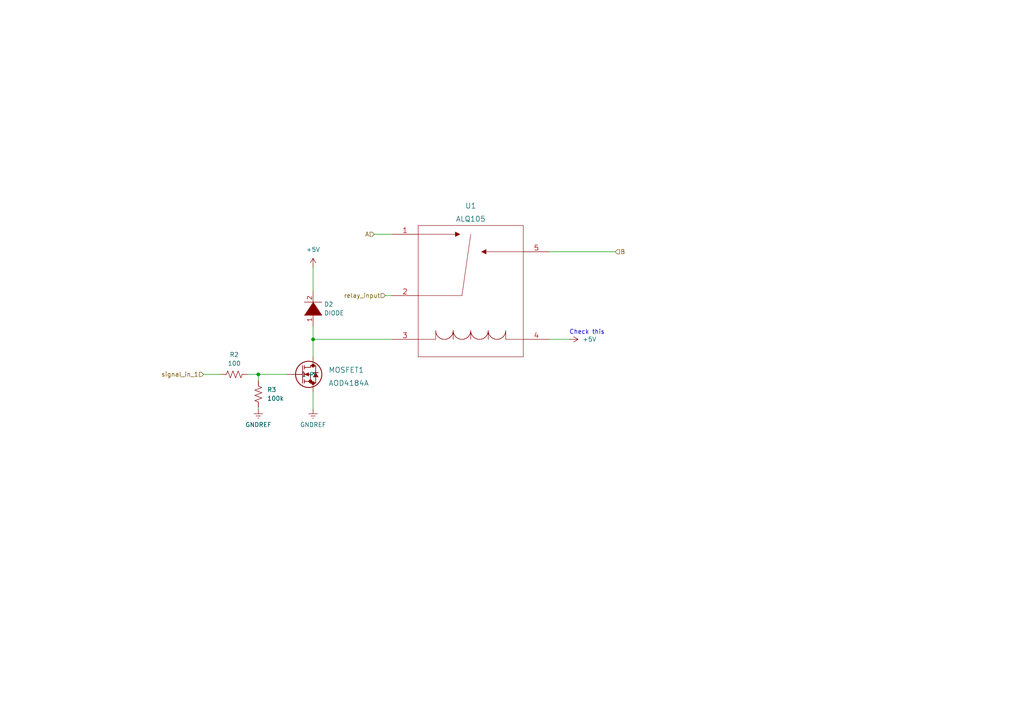
<source format=kicad_sch>
(kicad_sch (version 20211123) (generator eeschema)
  (paper "A4")
  (lib_symbols
    (symbol "ALQ105-BAJA:ALQ105" (pin_names (offset -0.254) hide)
      (property "Reference" "U" (at 22.86 12.7 0))
      (property "Value" "ALQ105" (at 22.86 10.16 0))
      (symbol "ALQ105_1_1"
        (polyline (pts (xy 7.62 -35.56) (xy 38.1 -35.56)) (stroke (width 0.127)))
        (polyline (pts (xy 7.62 0) (xy 17.78 0)) (stroke (width 0.127)))
        (polyline (pts (xy 7.62 2.54) (xy 7.62 -35.56)) (stroke (width 0.127)))
        (polyline (pts (xy 12.7 -30.48) (xy 7.62 -30.48)) (stroke (width 0.127)))
        (polyline (pts (xy 12.7 -27.94) (xy 12.7 -30.48)) (stroke (width 0.127)))
        (polyline (pts (xy 17.78 -27.94) (xy 17.78 -30.48)) (stroke (width 0.127)))
        (polyline (pts (xy 17.78 -27.94) (xy 17.78 -30.48)) (stroke (width 0.127)))
        (polyline (pts (xy 17.78 0) (xy 19.05 0)) (stroke (width 0.127)))
        (polyline (pts (xy 20.32 -17.78) (xy 7.62 -17.78)) (stroke (width 0.127)))
        (polyline (pts (xy 20.32 -17.78) (xy 22.86 0)) (stroke (width 0.127)))
        (polyline (pts (xy 22.86 -27.94) (xy 22.86 -30.48)) (stroke (width 0.127)))
        (polyline (pts (xy 22.86 -27.94) (xy 22.86 -30.48)) (stroke (width 0.127)))
        (polyline (pts (xy 27.94 -27.94) (xy 27.94 -30.48)) (stroke (width 0.127)))
        (polyline (pts (xy 27.94 -27.94) (xy 27.94 -30.48)) (stroke (width 0.127)))
        (polyline (pts (xy 33.02 -27.94) (xy 33.02 -30.48)) (stroke (width 0.127)))
        (polyline (pts (xy 33.02 -27.94) (xy 33.02 -30.48)) (stroke (width 0.127)))
        (polyline (pts (xy 38.1 -35.56) (xy 38.1 2.54)) (stroke (width 0.127)))
        (polyline (pts (xy 38.1 -30.48) (xy 33.02 -30.48)) (stroke (width 0.127)))
        (polyline (pts (xy 38.1 -5.08) (xy 26.67 -5.08)) (stroke (width 0.127)))
        (polyline (pts (xy 38.1 2.54) (xy 7.62 2.54)) (stroke (width 0.127)))
        (polyline (pts (xy 18.415 0.635) (xy 18.415 -0.635) (xy 19.685 0) (xy 18.415 0.635)) (fill (type outline)))
        (polyline (pts (xy 27.305 -4.445) (xy 27.305 -5.715) (xy 26.035 -5.08) (xy 27.305 -4.445)) (fill (type outline)))
        (arc (start 12.7 -27.94) (mid 15.24 -30.48) (end 17.78 -27.94) (stroke (width 0.127)))
        (arc (start 12.7 -27.94) (mid 15.24 -30.48) (end 17.78 -27.94) (stroke (width 0.127)))
        (arc (start 17.78 -27.94) (mid 20.32 -30.48) (end 22.86 -27.94) (stroke (width 0.127)))
        (arc (start 17.78 -27.94) (mid 20.32 -30.48) (end 22.86 -27.94) (stroke (width 0.127)))
        (arc (start 22.86 -27.94) (mid 25.4 -30.48) (end 27.94 -27.94) (stroke (width 0.127)))
        (arc (start 22.86 -27.94) (mid 25.4 -30.48) (end 27.94 -27.94) (stroke (width 0.127)))
        (arc (start 27.94 -27.94) (mid 30.48 -30.48) (end 33.02 -27.94) (stroke (width 0.127)))
        (arc (start 27.94 -27.94) (mid 30.48 -30.48) (end 33.02 -27.94) (stroke (width 0.127)))
        (pin unspecified line (at 0 0 0) (length 7.62) (name "1") (number "1"))
        (pin unspecified line (at 0 -17.78 0) (length 7.62) (name "2") (number "2"))
        (pin unspecified line (at 0 -30.48 0) (length 7.62) (name "3") (number "3"))
        (pin unspecified line (at 45.72 -30.48 180) (length 7.62) (name "4") (number "4"))
        (pin unspecified line (at 45.72 -5.08 180) (length 7.62) (name "5") (number "5"))
      )
    )
    (symbol "BAJA_AOD:AOD4184A" (pin_numbers hide) (pin_names (offset 1.524))
      (property "Reference" "MOSFET" (at 11.43 1.905 0))
      (property "Value" "AOD4184A" (at 11.43 -5.08 0))
      (symbol "AOD4184A_1_1"
        (polyline (pts (xy 2.54 0) (xy 4.445 0)) (stroke (width 0.2032)))
        (polyline (pts (xy 4.572 -2.54) (xy 4.572 2.54)) (stroke (width 0.2032)))
        (polyline (pts (xy 5.08 -2.54) (xy 5.08 -1.524)) (stroke (width 0.2032)))
        (polyline (pts (xy 5.08 -2.032) (xy 6.858 -2.032)) (stroke (width 0.2032)))
        (polyline (pts (xy 5.08 -0.508) (xy 5.08 0.508)) (stroke (width 0.2032)))
        (polyline (pts (xy 5.08 1.524) (xy 5.08 2.54)) (stroke (width 0.2032)))
        (polyline (pts (xy 5.08 2.032) (xy 6.858 2.032)) (stroke (width 0.2032)))
        (polyline (pts (xy 6.35 0) (xy 6.858 0)) (stroke (width 0.2032)))
        (polyline (pts (xy 6.858 -2.54) (xy 6.858 0)) (stroke (width 0.2032)))
        (polyline (pts (xy 6.858 -2.54) (xy 8.382 -2.54)) (stroke (width 0.2032)))
        (polyline (pts (xy 6.858 2.032) (xy 6.858 2.54)) (stroke (width 0.2032)))
        (polyline (pts (xy 6.858 2.54) (xy 8.382 2.54)) (stroke (width 0.2032)))
        (polyline (pts (xy 8.382 -2.54) (xy 8.382 -0.762)) (stroke (width 0.2032)))
        (polyline (pts (xy 8.382 0.508) (xy 8.382 2.54)) (stroke (width 0.2032)))
        (polyline (pts (xy 9.144 0.508) (xy 7.62 0.508)) (stroke (width 0.2032)))
        (polyline (pts (xy 6.35 0.508) (xy 5.08 0) (xy 6.35 -0.508) (xy 6.35 0.508)) (stroke (width 0.0254)) (fill (type outline)))
        (polyline (pts (xy 9.144 -0.762) (xy 7.62 -0.762) (xy 8.382 0.508) (xy 9.144 -0.762)) (stroke (width 0.0254)) (fill (type outline)))
        (circle (center 6.35 0) (radius 3.81) (stroke (width 0.254)))
        (circle (center 6.858 -2.032) (radius 0.0254) (stroke (width 0.508)))
        (circle (center 7.62 -2.54) (radius 0.0254) (stroke (width 0.508)))
        (circle (center 7.62 2.54) (radius 0.0254) (stroke (width 0.508)))
        (pin unspecified line (at 0 0 0) (length 2.54) (name "1") (number "1"))
        (pin unspecified line (at 7.62 5.08 270) (length 2.54) (name "2") (number "2"))
        (pin unspecified line (at 7.62 -5.08 90) (length 2.54) (name "3") (number "3"))
      )
    )
    (symbol "Device:R_US" (pin_numbers hide) (pin_names (offset 0))
      (property "Reference" "R" (at 2.54 0 90))
      (property "Value" "R_US" (at -2.54 0 90))
      (symbol "R_US_0_1"
        (polyline (pts (xy 0 -2.286) (xy 0 -2.54)))
        (polyline (pts (xy 0 2.286) (xy 0 2.54)))
        (polyline (pts (xy 0 -0.762) (xy 1.016 -1.143) (xy 0 -1.524) (xy -1.016 -1.905) (xy 0 -2.286)))
        (polyline (pts (xy 0 0.762) (xy 1.016 0.381) (xy 0 0) (xy -1.016 -0.381) (xy 0 -0.762)))
        (polyline (pts (xy 0 2.286) (xy 1.016 1.905) (xy 0 1.524) (xy -1.016 1.143) (xy 0 0.762)))
      )
      (symbol "R_US_1_1"
        (pin passive line (at 0 3.81 270) (length 1.27) (name "~") (number "1"))
        (pin passive line (at 0 -3.81 90) (length 1.27) (name "~") (number "2"))
      )
    )
    (symbol "power:+5V" (power) (pin_names (offset 0))
      (property "Value" "+5V" (at 0 3.556 0))
      (symbol "+5V_0_1"
        (polyline (pts (xy -0.762 1.27) (xy 0 2.54)))
        (polyline (pts (xy 0 0) (xy 0 2.54)))
        (polyline (pts (xy 0 2.54) (xy 0.762 1.27)))
      )
      (symbol "+5V_1_1"
        (pin power_in line (at 0 0 90) (length 0) hide (name "+5V") (number "1"))
      )
    )
    (symbol "power:GNDREF" (power) (pin_names (offset 0))
      (property "Value" "GNDREF" (at 0 -3.81 0))
      (symbol "GNDREF_0_1"
        (polyline (pts (xy -0.635 -1.905) (xy 0.635 -1.905)))
        (polyline (pts (xy -0.127 -2.54) (xy 0.127 -2.54)))
        (polyline (pts (xy 0 -1.27) (xy 0 0)))
        (polyline (pts (xy 1.27 -1.27) (xy -1.27 -1.27)))
      )
      (symbol "GNDREF_1_1"
        (pin power_in line (at 0 0 270) (length 0) hide (name "GNDREF") (number "1"))
      )
    )
    (symbol "pspice:DIODE" (pin_names (offset 1.016) hide)
      (property "Reference" "D" (at 0 3.81 0))
      (property "Value" "DIODE" (at 0 -4.445 0))
      (symbol "DIODE_0_1"
        (polyline (pts (xy 1.905 2.54) (xy 1.905 -2.54)))
        (polyline (pts (xy -1.905 2.54) (xy -1.905 -2.54) (xy 1.905 0)) (fill (type outline)))
      )
      (symbol "DIODE_1_1"
        (pin input line (at -5.08 0 0) (length 3.81) (name "K") (number "1"))
        (pin input line (at 5.08 0 180) (length 3.81) (name "A") (number "2"))
      )
    )
  )
  (junction (at 74.93 108.585))
  (junction (at 90.805 98.425))
  (wire (pts (xy 74.93 118.11) (xy 74.93 118.745)))
  (wire (pts (xy 74.93 108.585) (xy 74.93 110.49)))
  (wire (pts (xy 59.055 108.585) (xy 64.135 108.585)))
  (wire (pts (xy 108.585 67.945) (xy 113.665 67.945)))
  (wire (pts (xy 71.755 108.585) (xy 74.93 108.585)))
  (wire (pts (xy 159.385 98.425) (xy 165.1 98.425)))
  (wire (pts (xy 111.76 85.725) (xy 113.665 85.725)))
  (wire (pts (xy 90.805 103.505) (xy 90.805 98.425)))
  (wire (pts (xy 159.385 73.025) (xy 178.435 73.025)))
  (wire (pts (xy 90.805 113.665) (xy 90.805 118.745)))
  (wire (pts (xy 90.805 94.615) (xy 90.805 98.425)))
  (wire (pts (xy 90.805 77.47) (xy 90.805 84.455)))
  (wire (pts (xy 83.185 108.585) (xy 74.93 108.585)))
  (wire (pts (xy 90.805 98.425) (xy 113.665 98.425)))
  (text "Check this" (at 165.1 97.155 0) (effects (font (size 1.27 1.27)) (justify left bottom)))
  (hierarchical_label "relay_input" (shape input) (at 111.76 85.725 180))
  (hierarchical_label "B" (shape input) (at 178.435 73.025 0))
  (hierarchical_label "signal_in_1" (shape input) (at 59.055 108.585 180))
  (hierarchical_label "A" (shape input) (at 108.585 67.945 180))
  (symbol (lib_id "Device:R_US") (at 74.93 114.3 0) (unit 1)
    (property "Reference" "R3" (at 77.47 113.0299 0) (effects (justify left)))
    (property "Value" "100k" (at 77.47 115.5699 0) (effects (justify left)))
  )
  (symbol (lib_id "power:GNDREF") (at 74.93 118.745 0) (unit 1)
    (property "Reference" "#PWR0105" (effects hide))
    (property "Value" "GNDREF" (at 74.93 123.19 0))
  )
  (symbol (lib_id "power:GNDREF") (at 90.805 118.745 0) (unit 1)
    (property "Reference" "#PWR0104" (effects hide))
    (property "Value" "GNDREF" (at 90.805 123.19 0))
  )
  (symbol (lib_id "ALQ105-BAJA:ALQ105") (at 113.665 67.945 0) (unit 1)
    (property "Reference" "U1" (at 136.525 59.69 0) (effects (font (size 1.524 1.524))))
    (property "Value" "ALQ105" (at 136.525 63.5 0) (effects (font (size 1.524 1.524))))
    (property "Footprint" "PAN_ALQ1_PAN" (effects hide))
  )
  (symbol (lib_id "BAJA_AOD:AOD4184A") (at 83.185 108.585 0) (unit 1)
    (property "Reference" "MOSFET1" (at 95.25 107.315 0) (effects (font (size 1.524 1.524)) (justify left)))
    (property "Value" "AOD4184A" (at 95.25 111.125 0) (effects (font (size 1.524 1.524)) (justify left)))
    (property "Footprint" "TO252_AOS" (effects hide))
  )
  (symbol (lib_id "power:+5V") (at 165.1 98.425 270) (mirror x) (unit 1)
    (property "Reference" "#PWR0106" (effects hide))
    (property "Value" "+5V" (at 168.91 98.4249 90) (effects (justify left)))
  )
  (symbol (lib_id "power:+5V") (at 90.805 77.47 0) (unit 1)
    (property "Reference" "#PWR0107" (effects hide))
    (property "Value" "+5V" (at 90.805 72.39 0))
  )
  (symbol (lib_id "Device:R_US") (at 67.945 108.585 270) (unit 1)
    (property "Reference" "R2" (at 67.945 102.87 90))
    (property "Value" "100" (at 67.945 105.41 90))
  )
  (symbol (lib_id "pspice:DIODE") (at 90.805 89.535 90) (unit 1)
    (property "Reference" "D2" (at 93.98 88.2649 90) (effects (justify right)))
    (property "Value" "DIODE" (at 93.98 90.8049 90) (effects (justify right)))
  )
)
</source>
